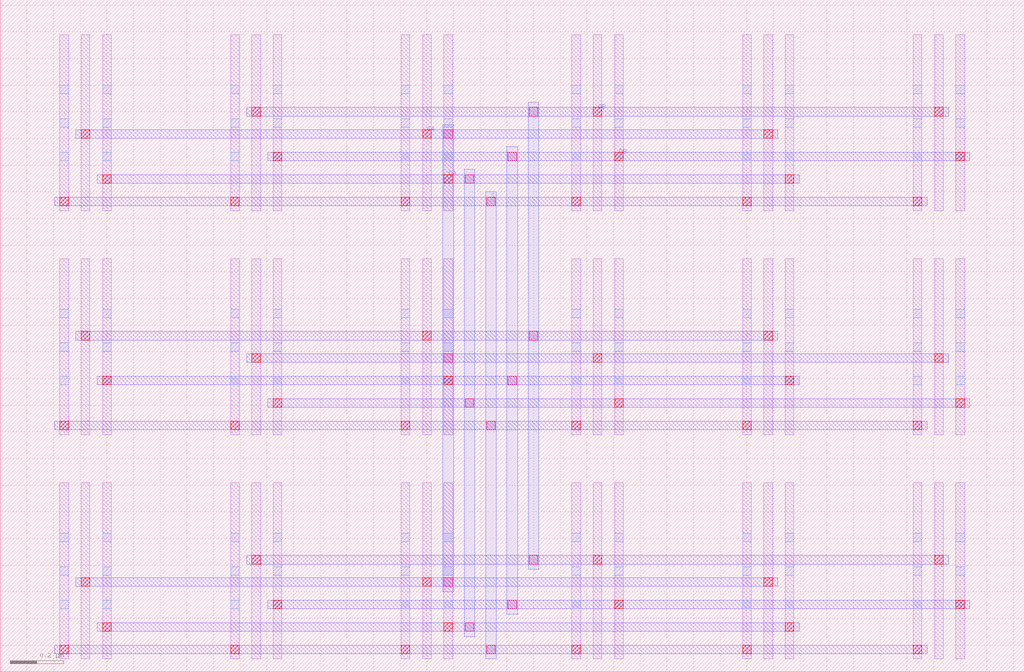
<source format=lef>
MACRO DP_NMOS_n12_X3_Y3
  ORIGIN 0 0 ;
  FOREIGN DP_NMOS_n12_X3_Y3 0 0 ;
  SIZE 3.8400 BY 2.5200 ;
  PIN S
    DIRECTION INOUT ;
    USE SIGNAL ;
    PORT
      LAYER M2 ;
        RECT 0.2040 0.0680 3.4760 0.1000 ;
      LAYER M2 ;
        RECT 0.2040 0.9080 3.4760 0.9400 ;
      LAYER M2 ;
        RECT 0.2040 1.7480 3.4760 1.7800 ;
    END
  END S
  PIN DA
    DIRECTION INOUT ;
    USE SIGNAL ;
    PORT
      LAYER M2 ;
        RECT 0.3640 0.1520 2.9960 0.1840 ;
      LAYER M2 ;
        RECT 1.0040 0.9920 3.6360 1.0240 ;
      LAYER M2 ;
        RECT 0.3640 1.8320 2.9960 1.8640 ;
    END
  END DA
  PIN DB
    DIRECTION INOUT ;
    USE SIGNAL ;
    PORT
      LAYER M2 ;
        RECT 1.0040 0.2360 3.6360 0.2680 ;
      LAYER M2 ;
        RECT 0.3640 1.0760 2.9960 1.1080 ;
      LAYER M2 ;
        RECT 1.0040 1.9160 3.6360 1.9480 ;
    END
  END DB
  PIN GA
    DIRECTION INOUT ;
    USE SIGNAL ;
    PORT
      LAYER M2 ;
        RECT 0.2840 0.3200 2.9160 0.3520 ;
      LAYER M2 ;
        RECT 0.9240 1.1600 3.5560 1.1920 ;
      LAYER M2 ;
        RECT 0.2840 2.0000 2.9160 2.0320 ;
    END
  END GA
  PIN GB
    DIRECTION INOUT ;
    USE SIGNAL ;
    PORT
      LAYER M2 ;
        RECT 0.9240 0.4040 3.5560 0.4360 ;
      LAYER M2 ;
        RECT 0.2840 1.2440 2.9160 1.2760 ;
      LAYER M2 ;
        RECT 0.9240 2.0840 3.5560 2.1160 ;
    END
  END GB
  OBS
    LAYER M1 ;
      RECT 0.3040 0.0480 0.3360 0.7080 ;
    LAYER M1 ;
      RECT 0.3040 0.8880 0.3360 1.5480 ;
    LAYER M1 ;
      RECT 0.3040 1.7280 0.3360 2.3880 ;
    LAYER M1 ;
      RECT 1.5840 0.0480 1.6160 0.7080 ;
    LAYER M1 ;
      RECT 1.5840 0.8880 1.6160 1.5480 ;
    LAYER M1 ;
      RECT 1.5840 1.7280 1.6160 2.3880 ;
    LAYER M1 ;
      RECT 2.8640 0.0480 2.8960 0.7080 ;
    LAYER M1 ;
      RECT 2.8640 0.8880 2.8960 1.5480 ;
    LAYER M1 ;
      RECT 2.8640 1.7280 2.8960 2.3880 ;
    LAYER M1 ;
      RECT 0.9440 0.0480 0.9760 0.7080 ;
    LAYER M1 ;
      RECT 0.9440 0.8880 0.9760 1.5480 ;
    LAYER M1 ;
      RECT 0.9440 1.7280 0.9760 2.3880 ;
    LAYER M1 ;
      RECT 2.2240 0.0480 2.2560 0.7080 ;
    LAYER M1 ;
      RECT 2.2240 0.8880 2.2560 1.5480 ;
    LAYER M1 ;
      RECT 2.2240 1.7280 2.2560 2.3880 ;
    LAYER M1 ;
      RECT 3.5040 0.0480 3.5360 0.7080 ;
    LAYER M1 ;
      RECT 3.5040 0.8880 3.5360 1.5480 ;
    LAYER M1 ;
      RECT 3.5040 1.7280 3.5360 2.3880 ;
    LAYER M1 ;
      RECT 0.2240 0.0480 0.2560 0.7080 ;
    LAYER M1 ;
      RECT 0.2240 0.8880 0.2560 1.5480 ;
    LAYER M1 ;
      RECT 0.2240 1.7280 0.2560 2.3880 ;
    LAYER M1 ;
      RECT 1.5040 0.0480 1.5360 0.7080 ;
    LAYER M1 ;
      RECT 1.5040 0.8880 1.5360 1.5480 ;
    LAYER M1 ;
      RECT 1.5040 1.7280 1.5360 2.3880 ;
    LAYER M1 ;
      RECT 2.7840 0.0480 2.8160 0.7080 ;
    LAYER M1 ;
      RECT 2.7840 0.8880 2.8160 1.5480 ;
    LAYER M1 ;
      RECT 2.7840 1.7280 2.8160 2.3880 ;
    LAYER M1 ;
      RECT 0.8640 0.0480 0.8960 0.7080 ;
    LAYER M1 ;
      RECT 0.8640 0.8880 0.8960 1.5480 ;
    LAYER M1 ;
      RECT 0.8640 1.7280 0.8960 2.3880 ;
    LAYER M1 ;
      RECT 2.1440 0.0480 2.1760 0.7080 ;
    LAYER M1 ;
      RECT 2.1440 0.8880 2.1760 1.5480 ;
    LAYER M1 ;
      RECT 2.1440 1.7280 2.1760 2.3880 ;
    LAYER M1 ;
      RECT 3.4240 0.0480 3.4560 0.7080 ;
    LAYER M1 ;
      RECT 3.4240 0.8880 3.4560 1.5480 ;
    LAYER M1 ;
      RECT 3.4240 1.7280 3.4560 2.3880 ;
    LAYER M1 ;
      RECT 0.3840 0.0480 0.4160 0.7080 ;
    LAYER M1 ;
      RECT 0.3840 0.8880 0.4160 1.5480 ;
    LAYER M1 ;
      RECT 0.3840 1.7280 0.4160 2.3880 ;
    LAYER M1 ;
      RECT 1.6640 0.0480 1.6960 0.7080 ;
    LAYER M1 ;
      RECT 1.6640 0.8880 1.6960 1.5480 ;
    LAYER M1 ;
      RECT 1.6640 1.7280 1.6960 2.3880 ;
    LAYER M1 ;
      RECT 2.9440 0.0480 2.9760 0.7080 ;
    LAYER M1 ;
      RECT 2.9440 0.8880 2.9760 1.5480 ;
    LAYER M1 ;
      RECT 2.9440 1.7280 2.9760 2.3880 ;
    LAYER M1 ;
      RECT 1.0240 0.0480 1.0560 0.7080 ;
    LAYER M1 ;
      RECT 1.0240 0.8880 1.0560 1.5480 ;
    LAYER M1 ;
      RECT 1.0240 1.7280 1.0560 2.3880 ;
    LAYER M1 ;
      RECT 2.3040 0.0480 2.3360 0.7080 ;
    LAYER M1 ;
      RECT 2.3040 0.8880 2.3360 1.5480 ;
    LAYER M1 ;
      RECT 2.3040 1.7280 2.3360 2.3880 ;
    LAYER M1 ;
      RECT 3.5840 0.0480 3.6160 0.7080 ;
    LAYER M1 ;
      RECT 3.5840 0.8880 3.6160 1.5480 ;
    LAYER M1 ;
      RECT 3.5840 1.7280 3.6160 2.3880 ;
    LAYER V1 ;
      RECT 0.2240 0.0680 0.2560 0.1000 ;
    LAYER V1 ;
      RECT 0.2240 0.9080 0.2560 0.9400 ;
    LAYER V1 ;
      RECT 0.2240 1.7480 0.2560 1.7800 ;
    LAYER V1 ;
      RECT 1.5040 0.0680 1.5360 0.1000 ;
    LAYER V1 ;
      RECT 1.5040 0.9080 1.5360 0.9400 ;
    LAYER V1 ;
      RECT 1.5040 1.7480 1.5360 1.7800 ;
    LAYER V1 ;
      RECT 2.7840 0.0680 2.8160 0.1000 ;
    LAYER V1 ;
      RECT 2.7840 0.9080 2.8160 0.9400 ;
    LAYER V1 ;
      RECT 2.7840 1.7480 2.8160 1.7800 ;
    LAYER V1 ;
      RECT 0.8640 0.0680 0.8960 0.1000 ;
    LAYER V1 ;
      RECT 0.8640 0.9080 0.8960 0.9400 ;
    LAYER V1 ;
      RECT 0.8640 1.7480 0.8960 1.7800 ;
    LAYER V1 ;
      RECT 2.1440 0.0680 2.1760 0.1000 ;
    LAYER V1 ;
      RECT 2.1440 0.9080 2.1760 0.9400 ;
    LAYER V1 ;
      RECT 2.1440 1.7480 2.1760 1.7800 ;
    LAYER V1 ;
      RECT 3.4240 0.0680 3.4560 0.1000 ;
    LAYER V1 ;
      RECT 3.4240 0.9080 3.4560 0.9400 ;
    LAYER V1 ;
      RECT 3.4240 1.7480 3.4560 1.7800 ;
    LAYER V1 ;
      RECT 0.3840 0.1520 0.4160 0.1840 ;
    LAYER V1 ;
      RECT 0.3840 1.0760 0.4160 1.1080 ;
    LAYER V1 ;
      RECT 0.3840 1.8320 0.4160 1.8640 ;
    LAYER V1 ;
      RECT 1.6640 0.1520 1.6960 0.1840 ;
    LAYER V1 ;
      RECT 1.6640 1.0760 1.6960 1.1080 ;
    LAYER V1 ;
      RECT 1.6640 1.8320 1.6960 1.8640 ;
    LAYER V1 ;
      RECT 2.9440 0.1520 2.9760 0.1840 ;
    LAYER V1 ;
      RECT 2.9440 1.0760 2.9760 1.1080 ;
    LAYER V1 ;
      RECT 2.9440 1.8320 2.9760 1.8640 ;
    LAYER V1 ;
      RECT 1.0240 0.2360 1.0560 0.2680 ;
    LAYER V1 ;
      RECT 1.0240 0.9920 1.0560 1.0240 ;
    LAYER V1 ;
      RECT 1.0240 1.9160 1.0560 1.9480 ;
    LAYER V1 ;
      RECT 2.3040 0.2360 2.3360 0.2680 ;
    LAYER V1 ;
      RECT 2.3040 0.9920 2.3360 1.0240 ;
    LAYER V1 ;
      RECT 2.3040 1.9160 2.3360 1.9480 ;
    LAYER V1 ;
      RECT 3.5840 0.2360 3.6160 0.2680 ;
    LAYER V1 ;
      RECT 3.5840 0.9920 3.6160 1.0240 ;
    LAYER V1 ;
      RECT 3.5840 1.9160 3.6160 1.9480 ;
    LAYER V1 ;
      RECT 0.3040 0.3200 0.3360 0.3520 ;
    LAYER V1 ;
      RECT 0.3040 1.2440 0.3360 1.2760 ;
    LAYER V1 ;
      RECT 0.3040 2.0000 0.3360 2.0320 ;
    LAYER V1 ;
      RECT 1.5840 0.3200 1.6160 0.3520 ;
    LAYER V1 ;
      RECT 1.5840 1.2440 1.6160 1.2760 ;
    LAYER V1 ;
      RECT 1.5840 2.0000 1.6160 2.0320 ;
    LAYER V1 ;
      RECT 2.8640 0.3200 2.8960 0.3520 ;
    LAYER V1 ;
      RECT 2.8640 1.2440 2.8960 1.2760 ;
    LAYER V1 ;
      RECT 2.8640 2.0000 2.8960 2.0320 ;
    LAYER V1 ;
      RECT 0.9440 0.4040 0.9760 0.4360 ;
    LAYER V1 ;
      RECT 0.9440 1.1600 0.9760 1.1920 ;
    LAYER V1 ;
      RECT 0.9440 2.0840 0.9760 2.1160 ;
    LAYER V1 ;
      RECT 2.2240 0.4040 2.2560 0.4360 ;
    LAYER V1 ;
      RECT 2.2240 1.1600 2.2560 1.1920 ;
    LAYER V1 ;
      RECT 2.2240 2.0840 2.2560 2.1160 ;
    LAYER V1 ;
      RECT 3.5040 0.4040 3.5360 0.4360 ;
    LAYER V1 ;
      RECT 3.5040 1.1600 3.5360 1.1920 ;
    LAYER V1 ;
      RECT 3.5040 2.0840 3.5360 2.1160 ;
    LAYER M3 ;
      RECT 1.8200 0.0480 1.8600 1.8000 ;
    LAYER M3 ;
      RECT 1.7400 0.1320 1.7800 1.8840 ;
    LAYER M3 ;
      RECT 1.9000 0.2160 1.9400 1.9680 ;
    LAYER M3 ;
      RECT 1.6600 0.3000 1.7000 2.0520 ;
    LAYER M3 ;
      RECT 1.9800 0.3840 2.0200 2.1360 ;
    LAYER V2 ;
      RECT 1.8240 0.0680 1.8560 0.1000 ;
    LAYER V2 ;
      RECT 1.8240 0.9080 1.8560 0.9400 ;
    LAYER V2 ;
      RECT 1.8240 1.7480 1.8560 1.7800 ;
    LAYER V2 ;
      RECT 1.7440 0.1520 1.7760 0.1840 ;
    LAYER V2 ;
      RECT 1.7440 0.9920 1.7760 1.0240 ;
    LAYER V2 ;
      RECT 1.7440 1.8320 1.7760 1.8640 ;
    LAYER V2 ;
      RECT 1.9040 0.2360 1.9360 0.2680 ;
    LAYER V2 ;
      RECT 1.9040 1.0760 1.9360 1.1080 ;
    LAYER V2 ;
      RECT 1.9040 1.9160 1.9360 1.9480 ;
    LAYER V2 ;
      RECT 1.6640 0.3200 1.6960 0.3520 ;
    LAYER V2 ;
      RECT 1.6640 1.1600 1.6960 1.1920 ;
    LAYER V2 ;
      RECT 1.6640 2.0000 1.6960 2.0320 ;
    LAYER V2 ;
      RECT 1.9840 0.4040 2.0160 0.4360 ;
    LAYER V2 ;
      RECT 1.9840 1.2440 2.0160 1.2760 ;
    LAYER V2 ;
      RECT 1.9840 2.0840 2.0160 2.1160 ;
    LAYER V0 ;
      RECT 0.2240 0.2360 0.2560 0.2680 ;
    LAYER V0 ;
      RECT 0.2240 0.3620 0.2560 0.3940 ;
    LAYER V0 ;
      RECT 0.2240 0.4880 0.2560 0.5200 ;
    LAYER V0 ;
      RECT 0.2240 1.0760 0.2560 1.1080 ;
    LAYER V0 ;
      RECT 0.2240 1.2020 0.2560 1.2340 ;
    LAYER V0 ;
      RECT 0.2240 1.3280 0.2560 1.3600 ;
    LAYER V0 ;
      RECT 0.2240 1.9160 0.2560 1.9480 ;
    LAYER V0 ;
      RECT 0.2240 2.0420 0.2560 2.0740 ;
    LAYER V0 ;
      RECT 0.2240 2.1680 0.2560 2.2000 ;
    LAYER V0 ;
      RECT 1.5040 0.2360 1.5360 0.2680 ;
    LAYER V0 ;
      RECT 1.5040 0.3620 1.5360 0.3940 ;
    LAYER V0 ;
      RECT 1.5040 0.4880 1.5360 0.5200 ;
    LAYER V0 ;
      RECT 1.5040 1.0760 1.5360 1.1080 ;
    LAYER V0 ;
      RECT 1.5040 1.2020 1.5360 1.2340 ;
    LAYER V0 ;
      RECT 1.5040 1.3280 1.5360 1.3600 ;
    LAYER V0 ;
      RECT 1.5040 1.9160 1.5360 1.9480 ;
    LAYER V0 ;
      RECT 1.5040 2.0420 1.5360 2.0740 ;
    LAYER V0 ;
      RECT 1.5040 2.1680 1.5360 2.2000 ;
    LAYER V0 ;
      RECT 2.7840 0.2360 2.8160 0.2680 ;
    LAYER V0 ;
      RECT 2.7840 0.3620 2.8160 0.3940 ;
    LAYER V0 ;
      RECT 2.7840 0.4880 2.8160 0.5200 ;
    LAYER V0 ;
      RECT 2.7840 1.0760 2.8160 1.1080 ;
    LAYER V0 ;
      RECT 2.7840 1.2020 2.8160 1.2340 ;
    LAYER V0 ;
      RECT 2.7840 1.3280 2.8160 1.3600 ;
    LAYER V0 ;
      RECT 2.7840 1.9160 2.8160 1.9480 ;
    LAYER V0 ;
      RECT 2.7840 2.0420 2.8160 2.0740 ;
    LAYER V0 ;
      RECT 2.7840 2.1680 2.8160 2.2000 ;
    LAYER V0 ;
      RECT 0.8640 0.2360 0.8960 0.2680 ;
    LAYER V0 ;
      RECT 0.8640 0.3620 0.8960 0.3940 ;
    LAYER V0 ;
      RECT 0.8640 0.4880 0.8960 0.5200 ;
    LAYER V0 ;
      RECT 0.8640 1.0760 0.8960 1.1080 ;
    LAYER V0 ;
      RECT 0.8640 1.2020 0.8960 1.2340 ;
    LAYER V0 ;
      RECT 0.8640 1.3280 0.8960 1.3600 ;
    LAYER V0 ;
      RECT 0.8640 1.9160 0.8960 1.9480 ;
    LAYER V0 ;
      RECT 0.8640 2.0420 0.8960 2.0740 ;
    LAYER V0 ;
      RECT 0.8640 2.1680 0.8960 2.2000 ;
    LAYER V0 ;
      RECT 2.1440 0.2360 2.1760 0.2680 ;
    LAYER V0 ;
      RECT 2.1440 0.3620 2.1760 0.3940 ;
    LAYER V0 ;
      RECT 2.1440 0.4880 2.1760 0.5200 ;
    LAYER V0 ;
      RECT 2.1440 1.0760 2.1760 1.1080 ;
    LAYER V0 ;
      RECT 2.1440 1.2020 2.1760 1.2340 ;
    LAYER V0 ;
      RECT 2.1440 1.3280 2.1760 1.3600 ;
    LAYER V0 ;
      RECT 2.1440 1.9160 2.1760 1.9480 ;
    LAYER V0 ;
      RECT 2.1440 2.0420 2.1760 2.0740 ;
    LAYER V0 ;
      RECT 2.1440 2.1680 2.1760 2.2000 ;
    LAYER V0 ;
      RECT 3.4240 0.2360 3.4560 0.2680 ;
    LAYER V0 ;
      RECT 3.4240 0.3620 3.4560 0.3940 ;
    LAYER V0 ;
      RECT 3.4240 0.4880 3.4560 0.5200 ;
    LAYER V0 ;
      RECT 3.4240 1.0760 3.4560 1.1080 ;
    LAYER V0 ;
      RECT 3.4240 1.2020 3.4560 1.2340 ;
    LAYER V0 ;
      RECT 3.4240 1.3280 3.4560 1.3600 ;
    LAYER V0 ;
      RECT 3.4240 1.9160 3.4560 1.9480 ;
    LAYER V0 ;
      RECT 3.4240 2.0420 3.4560 2.0740 ;
    LAYER V0 ;
      RECT 3.4240 2.1680 3.4560 2.2000 ;
    LAYER V0 ;
      RECT 0.3840 0.2360 0.4160 0.2680 ;
    LAYER V0 ;
      RECT 0.3840 0.3620 0.4160 0.3940 ;
    LAYER V0 ;
      RECT 0.3840 0.4880 0.4160 0.5200 ;
    LAYER V0 ;
      RECT 0.3840 1.0760 0.4160 1.1080 ;
    LAYER V0 ;
      RECT 0.3840 1.2020 0.4160 1.2340 ;
    LAYER V0 ;
      RECT 0.3840 1.3280 0.4160 1.3600 ;
    LAYER V0 ;
      RECT 0.3840 1.9160 0.4160 1.9480 ;
    LAYER V0 ;
      RECT 0.3840 2.0420 0.4160 2.0740 ;
    LAYER V0 ;
      RECT 0.3840 2.1680 0.4160 2.2000 ;
    LAYER V0 ;
      RECT 1.6640 0.2360 1.6960 0.2680 ;
    LAYER V0 ;
      RECT 1.6640 0.3620 1.6960 0.3940 ;
    LAYER V0 ;
      RECT 1.6640 0.4880 1.6960 0.5200 ;
    LAYER V0 ;
      RECT 1.6640 1.0760 1.6960 1.1080 ;
    LAYER V0 ;
      RECT 1.6640 1.2020 1.6960 1.2340 ;
    LAYER V0 ;
      RECT 1.6640 1.3280 1.6960 1.3600 ;
    LAYER V0 ;
      RECT 1.6640 1.9160 1.6960 1.9480 ;
    LAYER V0 ;
      RECT 1.6640 2.0420 1.6960 2.0740 ;
    LAYER V0 ;
      RECT 1.6640 2.1680 1.6960 2.2000 ;
    LAYER V0 ;
      RECT 2.9440 0.2360 2.9760 0.2680 ;
    LAYER V0 ;
      RECT 2.9440 0.3620 2.9760 0.3940 ;
    LAYER V0 ;
      RECT 2.9440 0.4880 2.9760 0.5200 ;
    LAYER V0 ;
      RECT 2.9440 1.0760 2.9760 1.1080 ;
    LAYER V0 ;
      RECT 2.9440 1.2020 2.9760 1.2340 ;
    LAYER V0 ;
      RECT 2.9440 1.3280 2.9760 1.3600 ;
    LAYER V0 ;
      RECT 2.9440 1.9160 2.9760 1.9480 ;
    LAYER V0 ;
      RECT 2.9440 2.0420 2.9760 2.0740 ;
    LAYER V0 ;
      RECT 2.9440 2.1680 2.9760 2.2000 ;
    LAYER V0 ;
      RECT 1.0240 0.2360 1.0560 0.2680 ;
    LAYER V0 ;
      RECT 1.0240 0.3620 1.0560 0.3940 ;
    LAYER V0 ;
      RECT 1.0240 0.4880 1.0560 0.5200 ;
    LAYER V0 ;
      RECT 1.0240 1.0760 1.0560 1.1080 ;
    LAYER V0 ;
      RECT 1.0240 1.2020 1.0560 1.2340 ;
    LAYER V0 ;
      RECT 1.0240 1.3280 1.0560 1.3600 ;
    LAYER V0 ;
      RECT 1.0240 1.9160 1.0560 1.9480 ;
    LAYER V0 ;
      RECT 1.0240 2.0420 1.0560 2.0740 ;
    LAYER V0 ;
      RECT 1.0240 2.1680 1.0560 2.2000 ;
    LAYER V0 ;
      RECT 2.3040 0.2360 2.3360 0.2680 ;
    LAYER V0 ;
      RECT 2.3040 0.3620 2.3360 0.3940 ;
    LAYER V0 ;
      RECT 2.3040 0.4880 2.3360 0.5200 ;
    LAYER V0 ;
      RECT 2.3040 1.0760 2.3360 1.1080 ;
    LAYER V0 ;
      RECT 2.3040 1.2020 2.3360 1.2340 ;
    LAYER V0 ;
      RECT 2.3040 1.3280 2.3360 1.3600 ;
    LAYER V0 ;
      RECT 2.3040 1.9160 2.3360 1.9480 ;
    LAYER V0 ;
      RECT 2.3040 2.0420 2.3360 2.0740 ;
    LAYER V0 ;
      RECT 2.3040 2.1680 2.3360 2.2000 ;
    LAYER V0 ;
      RECT 3.5840 0.2360 3.6160 0.2680 ;
    LAYER V0 ;
      RECT 3.5840 0.3620 3.6160 0.3940 ;
    LAYER V0 ;
      RECT 3.5840 0.4880 3.6160 0.5200 ;
    LAYER V0 ;
      RECT 3.5840 1.0760 3.6160 1.1080 ;
    LAYER V0 ;
      RECT 3.5840 1.2020 3.6160 1.2340 ;
    LAYER V0 ;
      RECT 3.5840 1.3280 3.6160 1.3600 ;
    LAYER V0 ;
      RECT 3.5840 1.9160 3.6160 1.9480 ;
    LAYER V0 ;
      RECT 3.5840 2.0420 3.6160 2.0740 ;
    LAYER V0 ;
      RECT 3.5840 2.1680 3.6160 2.2000 ;
  END
END DP_NMOS_n12_X3_Y3

</source>
